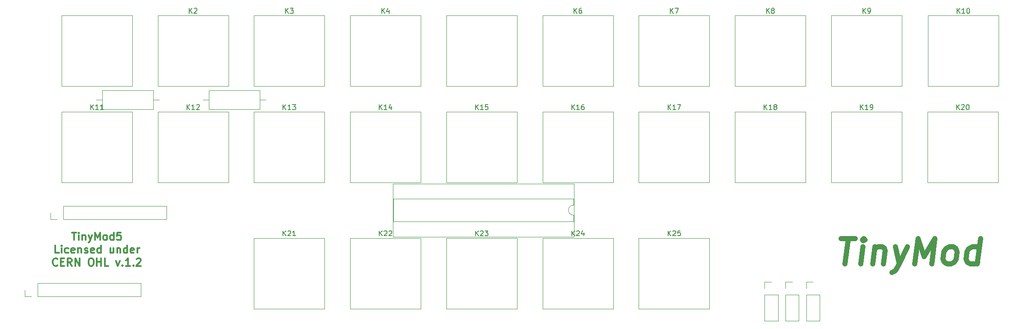
<source format=gbr>
G04 #@! TF.FileFunction,Legend,Top*
%FSLAX46Y46*%
G04 Gerber Fmt 4.6, Leading zero omitted, Abs format (unit mm)*
G04 Created by KiCad (PCBNEW 4.0.7) date 05/19/22 13:13:44*
%MOMM*%
%LPD*%
G01*
G04 APERTURE LIST*
%ADD10C,0.100000*%
%ADD11C,0.300000*%
%ADD12C,1.000000*%
%ADD13C,0.120000*%
%ADD14C,0.150000*%
G04 APERTURE END LIST*
D10*
D11*
X52695214Y-113113321D02*
X53552357Y-113113321D01*
X53123786Y-114613321D02*
X53123786Y-113113321D01*
X54052357Y-114613321D02*
X54052357Y-113613321D01*
X54052357Y-113113321D02*
X53980928Y-113184750D01*
X54052357Y-113256179D01*
X54123785Y-113184750D01*
X54052357Y-113113321D01*
X54052357Y-113256179D01*
X54766643Y-113613321D02*
X54766643Y-114613321D01*
X54766643Y-113756179D02*
X54838071Y-113684750D01*
X54980929Y-113613321D01*
X55195214Y-113613321D01*
X55338071Y-113684750D01*
X55409500Y-113827607D01*
X55409500Y-114613321D01*
X55980929Y-113613321D02*
X56338072Y-114613321D01*
X56695214Y-113613321D02*
X56338072Y-114613321D01*
X56195214Y-114970464D01*
X56123786Y-115041893D01*
X55980929Y-115113321D01*
X57266643Y-114613321D02*
X57266643Y-113113321D01*
X57766643Y-114184750D01*
X58266643Y-113113321D01*
X58266643Y-114613321D01*
X59195215Y-114613321D02*
X59052357Y-114541893D01*
X58980929Y-114470464D01*
X58909500Y-114327607D01*
X58909500Y-113899036D01*
X58980929Y-113756179D01*
X59052357Y-113684750D01*
X59195215Y-113613321D01*
X59409500Y-113613321D01*
X59552357Y-113684750D01*
X59623786Y-113756179D01*
X59695215Y-113899036D01*
X59695215Y-114327607D01*
X59623786Y-114470464D01*
X59552357Y-114541893D01*
X59409500Y-114613321D01*
X59195215Y-114613321D01*
X60980929Y-114613321D02*
X60980929Y-113113321D01*
X60980929Y-114541893D02*
X60838072Y-114613321D01*
X60552358Y-114613321D01*
X60409500Y-114541893D01*
X60338072Y-114470464D01*
X60266643Y-114327607D01*
X60266643Y-113899036D01*
X60338072Y-113756179D01*
X60409500Y-113684750D01*
X60552358Y-113613321D01*
X60838072Y-113613321D01*
X60980929Y-113684750D01*
X62409501Y-113113321D02*
X61695215Y-113113321D01*
X61623786Y-113827607D01*
X61695215Y-113756179D01*
X61838072Y-113684750D01*
X62195215Y-113684750D01*
X62338072Y-113756179D01*
X62409501Y-113827607D01*
X62480929Y-113970464D01*
X62480929Y-114327607D01*
X62409501Y-114470464D01*
X62338072Y-114541893D01*
X62195215Y-114613321D01*
X61838072Y-114613321D01*
X61695215Y-114541893D01*
X61623786Y-114470464D01*
X50159501Y-117163321D02*
X49445215Y-117163321D01*
X49445215Y-115663321D01*
X50659501Y-117163321D02*
X50659501Y-116163321D01*
X50659501Y-115663321D02*
X50588072Y-115734750D01*
X50659501Y-115806179D01*
X50730929Y-115734750D01*
X50659501Y-115663321D01*
X50659501Y-115806179D01*
X52016644Y-117091893D02*
X51873787Y-117163321D01*
X51588073Y-117163321D01*
X51445215Y-117091893D01*
X51373787Y-117020464D01*
X51302358Y-116877607D01*
X51302358Y-116449036D01*
X51373787Y-116306179D01*
X51445215Y-116234750D01*
X51588073Y-116163321D01*
X51873787Y-116163321D01*
X52016644Y-116234750D01*
X53230929Y-117091893D02*
X53088072Y-117163321D01*
X52802358Y-117163321D01*
X52659501Y-117091893D01*
X52588072Y-116949036D01*
X52588072Y-116377607D01*
X52659501Y-116234750D01*
X52802358Y-116163321D01*
X53088072Y-116163321D01*
X53230929Y-116234750D01*
X53302358Y-116377607D01*
X53302358Y-116520464D01*
X52588072Y-116663321D01*
X53945215Y-116163321D02*
X53945215Y-117163321D01*
X53945215Y-116306179D02*
X54016643Y-116234750D01*
X54159501Y-116163321D01*
X54373786Y-116163321D01*
X54516643Y-116234750D01*
X54588072Y-116377607D01*
X54588072Y-117163321D01*
X55230929Y-117091893D02*
X55373786Y-117163321D01*
X55659501Y-117163321D01*
X55802358Y-117091893D01*
X55873786Y-116949036D01*
X55873786Y-116877607D01*
X55802358Y-116734750D01*
X55659501Y-116663321D01*
X55445215Y-116663321D01*
X55302358Y-116591893D01*
X55230929Y-116449036D01*
X55230929Y-116377607D01*
X55302358Y-116234750D01*
X55445215Y-116163321D01*
X55659501Y-116163321D01*
X55802358Y-116234750D01*
X57088072Y-117091893D02*
X56945215Y-117163321D01*
X56659501Y-117163321D01*
X56516644Y-117091893D01*
X56445215Y-116949036D01*
X56445215Y-116377607D01*
X56516644Y-116234750D01*
X56659501Y-116163321D01*
X56945215Y-116163321D01*
X57088072Y-116234750D01*
X57159501Y-116377607D01*
X57159501Y-116520464D01*
X56445215Y-116663321D01*
X58445215Y-117163321D02*
X58445215Y-115663321D01*
X58445215Y-117091893D02*
X58302358Y-117163321D01*
X58016644Y-117163321D01*
X57873786Y-117091893D01*
X57802358Y-117020464D01*
X57730929Y-116877607D01*
X57730929Y-116449036D01*
X57802358Y-116306179D01*
X57873786Y-116234750D01*
X58016644Y-116163321D01*
X58302358Y-116163321D01*
X58445215Y-116234750D01*
X60945215Y-116163321D02*
X60945215Y-117163321D01*
X60302358Y-116163321D02*
X60302358Y-116949036D01*
X60373786Y-117091893D01*
X60516644Y-117163321D01*
X60730929Y-117163321D01*
X60873786Y-117091893D01*
X60945215Y-117020464D01*
X61659501Y-116163321D02*
X61659501Y-117163321D01*
X61659501Y-116306179D02*
X61730929Y-116234750D01*
X61873787Y-116163321D01*
X62088072Y-116163321D01*
X62230929Y-116234750D01*
X62302358Y-116377607D01*
X62302358Y-117163321D01*
X63659501Y-117163321D02*
X63659501Y-115663321D01*
X63659501Y-117091893D02*
X63516644Y-117163321D01*
X63230930Y-117163321D01*
X63088072Y-117091893D01*
X63016644Y-117020464D01*
X62945215Y-116877607D01*
X62945215Y-116449036D01*
X63016644Y-116306179D01*
X63088072Y-116234750D01*
X63230930Y-116163321D01*
X63516644Y-116163321D01*
X63659501Y-116234750D01*
X64945215Y-117091893D02*
X64802358Y-117163321D01*
X64516644Y-117163321D01*
X64373787Y-117091893D01*
X64302358Y-116949036D01*
X64302358Y-116377607D01*
X64373787Y-116234750D01*
X64516644Y-116163321D01*
X64802358Y-116163321D01*
X64945215Y-116234750D01*
X65016644Y-116377607D01*
X65016644Y-116520464D01*
X64302358Y-116663321D01*
X65659501Y-117163321D02*
X65659501Y-116163321D01*
X65659501Y-116449036D02*
X65730929Y-116306179D01*
X65802358Y-116234750D01*
X65945215Y-116163321D01*
X66088072Y-116163321D01*
X49873786Y-119570464D02*
X49802357Y-119641893D01*
X49588071Y-119713321D01*
X49445214Y-119713321D01*
X49230929Y-119641893D01*
X49088071Y-119499036D01*
X49016643Y-119356179D01*
X48945214Y-119070464D01*
X48945214Y-118856179D01*
X49016643Y-118570464D01*
X49088071Y-118427607D01*
X49230929Y-118284750D01*
X49445214Y-118213321D01*
X49588071Y-118213321D01*
X49802357Y-118284750D01*
X49873786Y-118356179D01*
X50516643Y-118927607D02*
X51016643Y-118927607D01*
X51230929Y-119713321D02*
X50516643Y-119713321D01*
X50516643Y-118213321D01*
X51230929Y-118213321D01*
X52730929Y-119713321D02*
X52230929Y-118999036D01*
X51873786Y-119713321D02*
X51873786Y-118213321D01*
X52445214Y-118213321D01*
X52588072Y-118284750D01*
X52659500Y-118356179D01*
X52730929Y-118499036D01*
X52730929Y-118713321D01*
X52659500Y-118856179D01*
X52588072Y-118927607D01*
X52445214Y-118999036D01*
X51873786Y-118999036D01*
X53373786Y-119713321D02*
X53373786Y-118213321D01*
X54230929Y-119713321D01*
X54230929Y-118213321D01*
X56373786Y-118213321D02*
X56659500Y-118213321D01*
X56802358Y-118284750D01*
X56945215Y-118427607D01*
X57016643Y-118713321D01*
X57016643Y-119213321D01*
X56945215Y-119499036D01*
X56802358Y-119641893D01*
X56659500Y-119713321D01*
X56373786Y-119713321D01*
X56230929Y-119641893D01*
X56088072Y-119499036D01*
X56016643Y-119213321D01*
X56016643Y-118713321D01*
X56088072Y-118427607D01*
X56230929Y-118284750D01*
X56373786Y-118213321D01*
X57659501Y-119713321D02*
X57659501Y-118213321D01*
X57659501Y-118927607D02*
X58516644Y-118927607D01*
X58516644Y-119713321D02*
X58516644Y-118213321D01*
X59945216Y-119713321D02*
X59230930Y-119713321D01*
X59230930Y-118213321D01*
X61445216Y-118713321D02*
X61802359Y-119713321D01*
X62159501Y-118713321D01*
X62730930Y-119570464D02*
X62802358Y-119641893D01*
X62730930Y-119713321D01*
X62659501Y-119641893D01*
X62730930Y-119570464D01*
X62730930Y-119713321D01*
X64230930Y-119713321D02*
X63373787Y-119713321D01*
X63802359Y-119713321D02*
X63802359Y-118213321D01*
X63659502Y-118427607D01*
X63516644Y-118570464D01*
X63373787Y-118641893D01*
X64873787Y-119570464D02*
X64945215Y-119641893D01*
X64873787Y-119713321D01*
X64802358Y-119641893D01*
X64873787Y-119570464D01*
X64873787Y-119713321D01*
X65516644Y-118356179D02*
X65588073Y-118284750D01*
X65730930Y-118213321D01*
X66088073Y-118213321D01*
X66230930Y-118284750D01*
X66302359Y-118356179D01*
X66373787Y-118499036D01*
X66373787Y-118641893D01*
X66302359Y-118856179D01*
X65445216Y-119713321D01*
X66373787Y-119713321D01*
D12*
X204833606Y-114309155D02*
X207690749Y-114309155D01*
X205637178Y-119309155D02*
X206262178Y-114309155D01*
X208732416Y-119309155D02*
X209149083Y-115975821D01*
X209357416Y-114309155D02*
X209089559Y-114547250D01*
X209297892Y-114785345D01*
X209565749Y-114547250D01*
X209357416Y-114309155D01*
X209297892Y-114785345D01*
X211530035Y-115975821D02*
X211113368Y-119309155D01*
X211470511Y-116452012D02*
X211738368Y-116213917D01*
X212244321Y-115975821D01*
X212958607Y-115975821D01*
X213405035Y-116213917D01*
X213583606Y-116690107D01*
X213256225Y-119309155D01*
X215577655Y-115975821D02*
X216351464Y-119309155D01*
X217958607Y-115975821D02*
X216351464Y-119309155D01*
X215726463Y-120499631D01*
X215458606Y-120737726D01*
X214952655Y-120975821D01*
X219446702Y-119309155D02*
X220071702Y-114309155D01*
X221291940Y-117880583D01*
X223405036Y-114309155D01*
X222780036Y-119309155D01*
X225875274Y-119309155D02*
X225428845Y-119071060D01*
X225220512Y-118832964D01*
X225041941Y-118356774D01*
X225220512Y-116928202D01*
X225518131Y-116452012D01*
X225785988Y-116213917D01*
X226291941Y-115975821D01*
X227006227Y-115975821D01*
X227452655Y-116213917D01*
X227660988Y-116452012D01*
X227839560Y-116928202D01*
X227660989Y-118356774D01*
X227363369Y-118832964D01*
X227095512Y-119071060D01*
X226589560Y-119309155D01*
X225875274Y-119309155D01*
X231827655Y-119309155D02*
X232452655Y-114309155D01*
X231857417Y-119071060D02*
X231351465Y-119309155D01*
X230399084Y-119309155D01*
X229952655Y-119071060D01*
X229744322Y-118832964D01*
X229565751Y-118356774D01*
X229744322Y-116928202D01*
X230041941Y-116452012D01*
X230309798Y-116213917D01*
X230815751Y-115975821D01*
X231768132Y-115975821D01*
X232214560Y-116213917D01*
D13*
X189735750Y-130582250D02*
X192395750Y-130582250D01*
X189735750Y-125442250D02*
X189735750Y-130582250D01*
X192395750Y-125442250D02*
X192395750Y-130582250D01*
X189735750Y-125442250D02*
X192395750Y-125442250D01*
X189735750Y-124172250D02*
X189735750Y-122842250D01*
X189735750Y-122842250D02*
X191065750Y-122842250D01*
X151952000Y-109712000D02*
G75*
G02X151952000Y-107712000I0J1000000D01*
G01*
X151952000Y-107712000D02*
X151952000Y-106462000D01*
X151952000Y-106462000D02*
X116272000Y-106462000D01*
X116272000Y-106462000D02*
X116272000Y-110962000D01*
X116272000Y-110962000D02*
X151952000Y-110962000D01*
X151952000Y-110962000D02*
X151952000Y-109712000D01*
X152012000Y-103462000D02*
X116212000Y-103462000D01*
X116212000Y-103462000D02*
X116212000Y-113962000D01*
X116212000Y-113962000D02*
X152012000Y-113962000D01*
X152012000Y-113962000D02*
X152012000Y-103462000D01*
X66354000Y-125790000D02*
X66354000Y-123130000D01*
X45974000Y-125790000D02*
X66354000Y-125790000D01*
X45974000Y-123130000D02*
X66354000Y-123130000D01*
X45974000Y-125790000D02*
X45974000Y-123130000D01*
X44704000Y-125790000D02*
X43374000Y-125790000D01*
X43374000Y-125790000D02*
X43374000Y-124460000D01*
X71434000Y-110550000D02*
X71434000Y-107890000D01*
X51054000Y-110550000D02*
X71434000Y-110550000D01*
X51054000Y-107890000D02*
X71434000Y-107890000D01*
X51054000Y-110550000D02*
X51054000Y-107890000D01*
X49784000Y-110550000D02*
X48454000Y-110550000D01*
X48454000Y-110550000D02*
X48454000Y-109220000D01*
X58769500Y-84999750D02*
X58769500Y-88719750D01*
X58769500Y-88719750D02*
X68789500Y-88719750D01*
X68789500Y-88719750D02*
X68789500Y-84999750D01*
X68789500Y-84999750D02*
X58769500Y-84999750D01*
X57539500Y-86859750D02*
X58769500Y-86859750D01*
X70019500Y-86859750D02*
X68789500Y-86859750D01*
X79826000Y-85008000D02*
X79826000Y-88728000D01*
X79826000Y-88728000D02*
X89846000Y-88728000D01*
X89846000Y-88728000D02*
X89846000Y-85008000D01*
X89846000Y-85008000D02*
X79826000Y-85008000D01*
X78596000Y-86868000D02*
X79826000Y-86868000D01*
X91076000Y-86868000D02*
X89846000Y-86868000D01*
X69697000Y-89267250D02*
X83667000Y-89267250D01*
X83667000Y-89267250D02*
X83667000Y-103237250D01*
X83667000Y-103237250D02*
X69697000Y-103237250D01*
X69697000Y-103237250D02*
X69697000Y-89267250D01*
X50665750Y-89267250D02*
X64635750Y-89267250D01*
X64635750Y-89267250D02*
X64635750Y-103237250D01*
X64635750Y-103237250D02*
X50665750Y-103237250D01*
X50665750Y-103237250D02*
X50665750Y-89267250D01*
X88728250Y-89267250D02*
X102698250Y-89267250D01*
X102698250Y-89267250D02*
X102698250Y-103237250D01*
X102698250Y-103237250D02*
X88728250Y-103237250D01*
X88728250Y-103237250D02*
X88728250Y-89267250D01*
X107759500Y-89267250D02*
X121729500Y-89267250D01*
X121729500Y-89267250D02*
X121729500Y-103237250D01*
X121729500Y-103237250D02*
X107759500Y-103237250D01*
X107759500Y-103237250D02*
X107759500Y-89267250D01*
X126790750Y-89267250D02*
X140760750Y-89267250D01*
X140760750Y-89267250D02*
X140760750Y-103237250D01*
X140760750Y-103237250D02*
X126790750Y-103237250D01*
X126790750Y-103237250D02*
X126790750Y-89267250D01*
X145822000Y-89267250D02*
X159792000Y-89267250D01*
X159792000Y-89267250D02*
X159792000Y-103237250D01*
X159792000Y-103237250D02*
X145822000Y-103237250D01*
X145822000Y-103237250D02*
X145822000Y-89267250D01*
X164853250Y-89267250D02*
X178823250Y-89267250D01*
X178823250Y-89267250D02*
X178823250Y-103237250D01*
X178823250Y-103237250D02*
X164853250Y-103237250D01*
X164853250Y-103237250D02*
X164853250Y-89267250D01*
X183884500Y-89267250D02*
X197854500Y-89267250D01*
X197854500Y-89267250D02*
X197854500Y-103237250D01*
X197854500Y-103237250D02*
X183884500Y-103237250D01*
X183884500Y-103237250D02*
X183884500Y-89267250D01*
X202915750Y-89267250D02*
X216885750Y-89267250D01*
X216885750Y-89267250D02*
X216885750Y-103237250D01*
X216885750Y-103237250D02*
X202915750Y-103237250D01*
X202915750Y-103237250D02*
X202915750Y-89267250D01*
X222040750Y-70236000D02*
X236010750Y-70236000D01*
X236010750Y-70236000D02*
X236010750Y-84206000D01*
X236010750Y-84206000D02*
X222040750Y-84206000D01*
X222040750Y-84206000D02*
X222040750Y-70236000D01*
X221947000Y-89267250D02*
X235917000Y-89267250D01*
X235917000Y-89267250D02*
X235917000Y-103237250D01*
X235917000Y-103237250D02*
X221947000Y-103237250D01*
X221947000Y-103237250D02*
X221947000Y-89267250D01*
X88728250Y-114204750D02*
X102698250Y-114204750D01*
X102698250Y-114204750D02*
X102698250Y-128174750D01*
X102698250Y-128174750D02*
X88728250Y-128174750D01*
X88728250Y-128174750D02*
X88728250Y-114204750D01*
X107759500Y-114204750D02*
X121729500Y-114204750D01*
X121729500Y-114204750D02*
X121729500Y-128174750D01*
X121729500Y-128174750D02*
X107759500Y-128174750D01*
X107759500Y-128174750D02*
X107759500Y-114204750D01*
X126790750Y-114204750D02*
X140760750Y-114204750D01*
X140760750Y-114204750D02*
X140760750Y-128174750D01*
X140760750Y-128174750D02*
X126790750Y-128174750D01*
X126790750Y-128174750D02*
X126790750Y-114204750D01*
X145822000Y-114204750D02*
X159792000Y-114204750D01*
X159792000Y-114204750D02*
X159792000Y-128174750D01*
X159792000Y-128174750D02*
X145822000Y-128174750D01*
X145822000Y-128174750D02*
X145822000Y-114204750D01*
X164853250Y-114204750D02*
X178823250Y-114204750D01*
X178823250Y-114204750D02*
X178823250Y-128174750D01*
X178823250Y-128174750D02*
X164853250Y-128174750D01*
X164853250Y-128174750D02*
X164853250Y-114204750D01*
X50665750Y-70236000D02*
X64635750Y-70236000D01*
X64635750Y-70236000D02*
X64635750Y-84206000D01*
X64635750Y-84206000D02*
X50665750Y-84206000D01*
X50665750Y-84206000D02*
X50665750Y-70236000D01*
X69697000Y-70236000D02*
X83667000Y-70236000D01*
X83667000Y-70236000D02*
X83667000Y-84206000D01*
X83667000Y-84206000D02*
X69697000Y-84206000D01*
X69697000Y-84206000D02*
X69697000Y-70236000D01*
X88728250Y-70236000D02*
X102698250Y-70236000D01*
X102698250Y-70236000D02*
X102698250Y-84206000D01*
X102698250Y-84206000D02*
X88728250Y-84206000D01*
X88728250Y-84206000D02*
X88728250Y-70236000D01*
X107759500Y-70236000D02*
X121729500Y-70236000D01*
X121729500Y-70236000D02*
X121729500Y-84206000D01*
X121729500Y-84206000D02*
X107759500Y-84206000D01*
X107759500Y-84206000D02*
X107759500Y-70236000D01*
X126790750Y-70236000D02*
X140760750Y-70236000D01*
X140760750Y-70236000D02*
X140760750Y-84206000D01*
X140760750Y-84206000D02*
X126790750Y-84206000D01*
X126790750Y-84206000D02*
X126790750Y-70236000D01*
X145822000Y-70236000D02*
X159792000Y-70236000D01*
X159792000Y-70236000D02*
X159792000Y-84206000D01*
X159792000Y-84206000D02*
X145822000Y-84206000D01*
X145822000Y-84206000D02*
X145822000Y-70236000D01*
X164853250Y-70236000D02*
X178823250Y-70236000D01*
X178823250Y-70236000D02*
X178823250Y-84206000D01*
X178823250Y-84206000D02*
X164853250Y-84206000D01*
X164853250Y-84206000D02*
X164853250Y-70236000D01*
X183884500Y-70236000D02*
X197854500Y-70236000D01*
X197854500Y-70236000D02*
X197854500Y-84206000D01*
X197854500Y-84206000D02*
X183884500Y-84206000D01*
X183884500Y-84206000D02*
X183884500Y-70236000D01*
X202915750Y-70236000D02*
X216885750Y-70236000D01*
X216885750Y-70236000D02*
X216885750Y-84206000D01*
X216885750Y-84206000D02*
X202915750Y-84206000D01*
X202915750Y-84206000D02*
X202915750Y-70236000D01*
X193860750Y-130582250D02*
X196520750Y-130582250D01*
X193860750Y-125442250D02*
X193860750Y-130582250D01*
X196520750Y-125442250D02*
X196520750Y-130582250D01*
X193860750Y-125442250D02*
X196520750Y-125442250D01*
X193860750Y-124172250D02*
X193860750Y-122842250D01*
X193860750Y-122842250D02*
X195190750Y-122842250D01*
X197985750Y-130582250D02*
X200645750Y-130582250D01*
X197985750Y-125442250D02*
X197985750Y-130582250D01*
X200645750Y-125442250D02*
X200645750Y-130582250D01*
X197985750Y-125442250D02*
X200645750Y-125442250D01*
X197985750Y-124172250D02*
X197985750Y-122842250D01*
X197985750Y-122842250D02*
X199315750Y-122842250D01*
D14*
X75467714Y-88830631D02*
X75467714Y-87830631D01*
X76039143Y-88830631D02*
X75610571Y-88259202D01*
X76039143Y-87830631D02*
X75467714Y-88402060D01*
X76991524Y-88830631D02*
X76420095Y-88830631D01*
X76705809Y-88830631D02*
X76705809Y-87830631D01*
X76610571Y-87973488D01*
X76515333Y-88068726D01*
X76420095Y-88116345D01*
X77372476Y-87925869D02*
X77420095Y-87878250D01*
X77515333Y-87830631D01*
X77753429Y-87830631D01*
X77848667Y-87878250D01*
X77896286Y-87925869D01*
X77943905Y-88021107D01*
X77943905Y-88116345D01*
X77896286Y-88259202D01*
X77324857Y-88830631D01*
X77943905Y-88830631D01*
X56436464Y-88830631D02*
X56436464Y-87830631D01*
X57007893Y-88830631D02*
X56579321Y-88259202D01*
X57007893Y-87830631D02*
X56436464Y-88402060D01*
X57960274Y-88830631D02*
X57388845Y-88830631D01*
X57674559Y-88830631D02*
X57674559Y-87830631D01*
X57579321Y-87973488D01*
X57484083Y-88068726D01*
X57388845Y-88116345D01*
X58912655Y-88830631D02*
X58341226Y-88830631D01*
X58626940Y-88830631D02*
X58626940Y-87830631D01*
X58531702Y-87973488D01*
X58436464Y-88068726D01*
X58341226Y-88116345D01*
X94498964Y-88830631D02*
X94498964Y-87830631D01*
X95070393Y-88830631D02*
X94641821Y-88259202D01*
X95070393Y-87830631D02*
X94498964Y-88402060D01*
X96022774Y-88830631D02*
X95451345Y-88830631D01*
X95737059Y-88830631D02*
X95737059Y-87830631D01*
X95641821Y-87973488D01*
X95546583Y-88068726D01*
X95451345Y-88116345D01*
X96356107Y-87830631D02*
X96975155Y-87830631D01*
X96641821Y-88211583D01*
X96784679Y-88211583D01*
X96879917Y-88259202D01*
X96927536Y-88306821D01*
X96975155Y-88402060D01*
X96975155Y-88640155D01*
X96927536Y-88735393D01*
X96879917Y-88783012D01*
X96784679Y-88830631D01*
X96498964Y-88830631D01*
X96403726Y-88783012D01*
X96356107Y-88735393D01*
X113530214Y-88830631D02*
X113530214Y-87830631D01*
X114101643Y-88830631D02*
X113673071Y-88259202D01*
X114101643Y-87830631D02*
X113530214Y-88402060D01*
X115054024Y-88830631D02*
X114482595Y-88830631D01*
X114768309Y-88830631D02*
X114768309Y-87830631D01*
X114673071Y-87973488D01*
X114577833Y-88068726D01*
X114482595Y-88116345D01*
X115911167Y-88163964D02*
X115911167Y-88830631D01*
X115673071Y-87783012D02*
X115434976Y-88497298D01*
X116054024Y-88497298D01*
X132561464Y-88830631D02*
X132561464Y-87830631D01*
X133132893Y-88830631D02*
X132704321Y-88259202D01*
X133132893Y-87830631D02*
X132561464Y-88402060D01*
X134085274Y-88830631D02*
X133513845Y-88830631D01*
X133799559Y-88830631D02*
X133799559Y-87830631D01*
X133704321Y-87973488D01*
X133609083Y-88068726D01*
X133513845Y-88116345D01*
X134990036Y-87830631D02*
X134513845Y-87830631D01*
X134466226Y-88306821D01*
X134513845Y-88259202D01*
X134609083Y-88211583D01*
X134847179Y-88211583D01*
X134942417Y-88259202D01*
X134990036Y-88306821D01*
X135037655Y-88402060D01*
X135037655Y-88640155D01*
X134990036Y-88735393D01*
X134942417Y-88783012D01*
X134847179Y-88830631D01*
X134609083Y-88830631D01*
X134513845Y-88783012D01*
X134466226Y-88735393D01*
X151592714Y-88830631D02*
X151592714Y-87830631D01*
X152164143Y-88830631D02*
X151735571Y-88259202D01*
X152164143Y-87830631D02*
X151592714Y-88402060D01*
X153116524Y-88830631D02*
X152545095Y-88830631D01*
X152830809Y-88830631D02*
X152830809Y-87830631D01*
X152735571Y-87973488D01*
X152640333Y-88068726D01*
X152545095Y-88116345D01*
X153973667Y-87830631D02*
X153783190Y-87830631D01*
X153687952Y-87878250D01*
X153640333Y-87925869D01*
X153545095Y-88068726D01*
X153497476Y-88259202D01*
X153497476Y-88640155D01*
X153545095Y-88735393D01*
X153592714Y-88783012D01*
X153687952Y-88830631D01*
X153878429Y-88830631D01*
X153973667Y-88783012D01*
X154021286Y-88735393D01*
X154068905Y-88640155D01*
X154068905Y-88402060D01*
X154021286Y-88306821D01*
X153973667Y-88259202D01*
X153878429Y-88211583D01*
X153687952Y-88211583D01*
X153592714Y-88259202D01*
X153545095Y-88306821D01*
X153497476Y-88402060D01*
X170623964Y-88830631D02*
X170623964Y-87830631D01*
X171195393Y-88830631D02*
X170766821Y-88259202D01*
X171195393Y-87830631D02*
X170623964Y-88402060D01*
X172147774Y-88830631D02*
X171576345Y-88830631D01*
X171862059Y-88830631D02*
X171862059Y-87830631D01*
X171766821Y-87973488D01*
X171671583Y-88068726D01*
X171576345Y-88116345D01*
X172481107Y-87830631D02*
X173147774Y-87830631D01*
X172719202Y-88830631D01*
X189655214Y-88830631D02*
X189655214Y-87830631D01*
X190226643Y-88830631D02*
X189798071Y-88259202D01*
X190226643Y-87830631D02*
X189655214Y-88402060D01*
X191179024Y-88830631D02*
X190607595Y-88830631D01*
X190893309Y-88830631D02*
X190893309Y-87830631D01*
X190798071Y-87973488D01*
X190702833Y-88068726D01*
X190607595Y-88116345D01*
X191750452Y-88259202D02*
X191655214Y-88211583D01*
X191607595Y-88163964D01*
X191559976Y-88068726D01*
X191559976Y-88021107D01*
X191607595Y-87925869D01*
X191655214Y-87878250D01*
X191750452Y-87830631D01*
X191940929Y-87830631D01*
X192036167Y-87878250D01*
X192083786Y-87925869D01*
X192131405Y-88021107D01*
X192131405Y-88068726D01*
X192083786Y-88163964D01*
X192036167Y-88211583D01*
X191940929Y-88259202D01*
X191750452Y-88259202D01*
X191655214Y-88306821D01*
X191607595Y-88354440D01*
X191559976Y-88449679D01*
X191559976Y-88640155D01*
X191607595Y-88735393D01*
X191655214Y-88783012D01*
X191750452Y-88830631D01*
X191940929Y-88830631D01*
X192036167Y-88783012D01*
X192083786Y-88735393D01*
X192131405Y-88640155D01*
X192131405Y-88449679D01*
X192083786Y-88354440D01*
X192036167Y-88306821D01*
X191940929Y-88259202D01*
X208686464Y-88830631D02*
X208686464Y-87830631D01*
X209257893Y-88830631D02*
X208829321Y-88259202D01*
X209257893Y-87830631D02*
X208686464Y-88402060D01*
X210210274Y-88830631D02*
X209638845Y-88830631D01*
X209924559Y-88830631D02*
X209924559Y-87830631D01*
X209829321Y-87973488D01*
X209734083Y-88068726D01*
X209638845Y-88116345D01*
X210686464Y-88830631D02*
X210876940Y-88830631D01*
X210972179Y-88783012D01*
X211019798Y-88735393D01*
X211115036Y-88592536D01*
X211162655Y-88402060D01*
X211162655Y-88021107D01*
X211115036Y-87925869D01*
X211067417Y-87878250D01*
X210972179Y-87830631D01*
X210781702Y-87830631D01*
X210686464Y-87878250D01*
X210638845Y-87925869D01*
X210591226Y-88021107D01*
X210591226Y-88259202D01*
X210638845Y-88354440D01*
X210686464Y-88402060D01*
X210781702Y-88449679D01*
X210972179Y-88449679D01*
X211067417Y-88402060D01*
X211115036Y-88354440D01*
X211162655Y-88259202D01*
X227811464Y-69799381D02*
X227811464Y-68799381D01*
X228382893Y-69799381D02*
X227954321Y-69227952D01*
X228382893Y-68799381D02*
X227811464Y-69370810D01*
X229335274Y-69799381D02*
X228763845Y-69799381D01*
X229049559Y-69799381D02*
X229049559Y-68799381D01*
X228954321Y-68942238D01*
X228859083Y-69037476D01*
X228763845Y-69085095D01*
X229954321Y-68799381D02*
X230049560Y-68799381D01*
X230144798Y-68847000D01*
X230192417Y-68894619D01*
X230240036Y-68989857D01*
X230287655Y-69180333D01*
X230287655Y-69418429D01*
X230240036Y-69608905D01*
X230192417Y-69704143D01*
X230144798Y-69751762D01*
X230049560Y-69799381D01*
X229954321Y-69799381D01*
X229859083Y-69751762D01*
X229811464Y-69704143D01*
X229763845Y-69608905D01*
X229716226Y-69418429D01*
X229716226Y-69180333D01*
X229763845Y-68989857D01*
X229811464Y-68894619D01*
X229859083Y-68847000D01*
X229954321Y-68799381D01*
X227717714Y-88830631D02*
X227717714Y-87830631D01*
X228289143Y-88830631D02*
X227860571Y-88259202D01*
X228289143Y-87830631D02*
X227717714Y-88402060D01*
X228670095Y-87925869D02*
X228717714Y-87878250D01*
X228812952Y-87830631D01*
X229051048Y-87830631D01*
X229146286Y-87878250D01*
X229193905Y-87925869D01*
X229241524Y-88021107D01*
X229241524Y-88116345D01*
X229193905Y-88259202D01*
X228622476Y-88830631D01*
X229241524Y-88830631D01*
X229860571Y-87830631D02*
X229955810Y-87830631D01*
X230051048Y-87878250D01*
X230098667Y-87925869D01*
X230146286Y-88021107D01*
X230193905Y-88211583D01*
X230193905Y-88449679D01*
X230146286Y-88640155D01*
X230098667Y-88735393D01*
X230051048Y-88783012D01*
X229955810Y-88830631D01*
X229860571Y-88830631D01*
X229765333Y-88783012D01*
X229717714Y-88735393D01*
X229670095Y-88640155D01*
X229622476Y-88449679D01*
X229622476Y-88211583D01*
X229670095Y-88021107D01*
X229717714Y-87925869D01*
X229765333Y-87878250D01*
X229860571Y-87830631D01*
X94498964Y-113768131D02*
X94498964Y-112768131D01*
X95070393Y-113768131D02*
X94641821Y-113196702D01*
X95070393Y-112768131D02*
X94498964Y-113339560D01*
X95451345Y-112863369D02*
X95498964Y-112815750D01*
X95594202Y-112768131D01*
X95832298Y-112768131D01*
X95927536Y-112815750D01*
X95975155Y-112863369D01*
X96022774Y-112958607D01*
X96022774Y-113053845D01*
X95975155Y-113196702D01*
X95403726Y-113768131D01*
X96022774Y-113768131D01*
X96975155Y-113768131D02*
X96403726Y-113768131D01*
X96689440Y-113768131D02*
X96689440Y-112768131D01*
X96594202Y-112910988D01*
X96498964Y-113006226D01*
X96403726Y-113053845D01*
X113530214Y-113768131D02*
X113530214Y-112768131D01*
X114101643Y-113768131D02*
X113673071Y-113196702D01*
X114101643Y-112768131D02*
X113530214Y-113339560D01*
X114482595Y-112863369D02*
X114530214Y-112815750D01*
X114625452Y-112768131D01*
X114863548Y-112768131D01*
X114958786Y-112815750D01*
X115006405Y-112863369D01*
X115054024Y-112958607D01*
X115054024Y-113053845D01*
X115006405Y-113196702D01*
X114434976Y-113768131D01*
X115054024Y-113768131D01*
X115434976Y-112863369D02*
X115482595Y-112815750D01*
X115577833Y-112768131D01*
X115815929Y-112768131D01*
X115911167Y-112815750D01*
X115958786Y-112863369D01*
X116006405Y-112958607D01*
X116006405Y-113053845D01*
X115958786Y-113196702D01*
X115387357Y-113768131D01*
X116006405Y-113768131D01*
X132561464Y-113768131D02*
X132561464Y-112768131D01*
X133132893Y-113768131D02*
X132704321Y-113196702D01*
X133132893Y-112768131D02*
X132561464Y-113339560D01*
X133513845Y-112863369D02*
X133561464Y-112815750D01*
X133656702Y-112768131D01*
X133894798Y-112768131D01*
X133990036Y-112815750D01*
X134037655Y-112863369D01*
X134085274Y-112958607D01*
X134085274Y-113053845D01*
X134037655Y-113196702D01*
X133466226Y-113768131D01*
X134085274Y-113768131D01*
X134418607Y-112768131D02*
X135037655Y-112768131D01*
X134704321Y-113149083D01*
X134847179Y-113149083D01*
X134942417Y-113196702D01*
X134990036Y-113244321D01*
X135037655Y-113339560D01*
X135037655Y-113577655D01*
X134990036Y-113672893D01*
X134942417Y-113720512D01*
X134847179Y-113768131D01*
X134561464Y-113768131D01*
X134466226Y-113720512D01*
X134418607Y-113672893D01*
X151592714Y-113768131D02*
X151592714Y-112768131D01*
X152164143Y-113768131D02*
X151735571Y-113196702D01*
X152164143Y-112768131D02*
X151592714Y-113339560D01*
X152545095Y-112863369D02*
X152592714Y-112815750D01*
X152687952Y-112768131D01*
X152926048Y-112768131D01*
X153021286Y-112815750D01*
X153068905Y-112863369D01*
X153116524Y-112958607D01*
X153116524Y-113053845D01*
X153068905Y-113196702D01*
X152497476Y-113768131D01*
X153116524Y-113768131D01*
X153973667Y-113101464D02*
X153973667Y-113768131D01*
X153735571Y-112720512D02*
X153497476Y-113434798D01*
X154116524Y-113434798D01*
X170623964Y-113768131D02*
X170623964Y-112768131D01*
X171195393Y-113768131D02*
X170766821Y-113196702D01*
X171195393Y-112768131D02*
X170623964Y-113339560D01*
X171576345Y-112863369D02*
X171623964Y-112815750D01*
X171719202Y-112768131D01*
X171957298Y-112768131D01*
X172052536Y-112815750D01*
X172100155Y-112863369D01*
X172147774Y-112958607D01*
X172147774Y-113053845D01*
X172100155Y-113196702D01*
X171528726Y-113768131D01*
X172147774Y-113768131D01*
X173052536Y-112768131D02*
X172576345Y-112768131D01*
X172528726Y-113244321D01*
X172576345Y-113196702D01*
X172671583Y-113149083D01*
X172909679Y-113149083D01*
X173004917Y-113196702D01*
X173052536Y-113244321D01*
X173100155Y-113339560D01*
X173100155Y-113577655D01*
X173052536Y-113672893D01*
X173004917Y-113720512D01*
X172909679Y-113768131D01*
X172671583Y-113768131D01*
X172576345Y-113720512D01*
X172528726Y-113672893D01*
X75943905Y-69799381D02*
X75943905Y-68799381D01*
X76515334Y-69799381D02*
X76086762Y-69227952D01*
X76515334Y-68799381D02*
X75943905Y-69370810D01*
X76896286Y-68894619D02*
X76943905Y-68847000D01*
X77039143Y-68799381D01*
X77277239Y-68799381D01*
X77372477Y-68847000D01*
X77420096Y-68894619D01*
X77467715Y-68989857D01*
X77467715Y-69085095D01*
X77420096Y-69227952D01*
X76848667Y-69799381D01*
X77467715Y-69799381D01*
X94975155Y-69799381D02*
X94975155Y-68799381D01*
X95546584Y-69799381D02*
X95118012Y-69227952D01*
X95546584Y-68799381D02*
X94975155Y-69370810D01*
X95879917Y-68799381D02*
X96498965Y-68799381D01*
X96165631Y-69180333D01*
X96308489Y-69180333D01*
X96403727Y-69227952D01*
X96451346Y-69275571D01*
X96498965Y-69370810D01*
X96498965Y-69608905D01*
X96451346Y-69704143D01*
X96403727Y-69751762D01*
X96308489Y-69799381D01*
X96022774Y-69799381D01*
X95927536Y-69751762D01*
X95879917Y-69704143D01*
X114006405Y-69799381D02*
X114006405Y-68799381D01*
X114577834Y-69799381D02*
X114149262Y-69227952D01*
X114577834Y-68799381D02*
X114006405Y-69370810D01*
X115434977Y-69132714D02*
X115434977Y-69799381D01*
X115196881Y-68751762D02*
X114958786Y-69466048D01*
X115577834Y-69466048D01*
X152068905Y-69799381D02*
X152068905Y-68799381D01*
X152640334Y-69799381D02*
X152211762Y-69227952D01*
X152640334Y-68799381D02*
X152068905Y-69370810D01*
X153497477Y-68799381D02*
X153307000Y-68799381D01*
X153211762Y-68847000D01*
X153164143Y-68894619D01*
X153068905Y-69037476D01*
X153021286Y-69227952D01*
X153021286Y-69608905D01*
X153068905Y-69704143D01*
X153116524Y-69751762D01*
X153211762Y-69799381D01*
X153402239Y-69799381D01*
X153497477Y-69751762D01*
X153545096Y-69704143D01*
X153592715Y-69608905D01*
X153592715Y-69370810D01*
X153545096Y-69275571D01*
X153497477Y-69227952D01*
X153402239Y-69180333D01*
X153211762Y-69180333D01*
X153116524Y-69227952D01*
X153068905Y-69275571D01*
X153021286Y-69370810D01*
X171100155Y-69799381D02*
X171100155Y-68799381D01*
X171671584Y-69799381D02*
X171243012Y-69227952D01*
X171671584Y-68799381D02*
X171100155Y-69370810D01*
X172004917Y-68799381D02*
X172671584Y-68799381D01*
X172243012Y-69799381D01*
X190131405Y-69799381D02*
X190131405Y-68799381D01*
X190702834Y-69799381D02*
X190274262Y-69227952D01*
X190702834Y-68799381D02*
X190131405Y-69370810D01*
X191274262Y-69227952D02*
X191179024Y-69180333D01*
X191131405Y-69132714D01*
X191083786Y-69037476D01*
X191083786Y-68989857D01*
X191131405Y-68894619D01*
X191179024Y-68847000D01*
X191274262Y-68799381D01*
X191464739Y-68799381D01*
X191559977Y-68847000D01*
X191607596Y-68894619D01*
X191655215Y-68989857D01*
X191655215Y-69037476D01*
X191607596Y-69132714D01*
X191559977Y-69180333D01*
X191464739Y-69227952D01*
X191274262Y-69227952D01*
X191179024Y-69275571D01*
X191131405Y-69323190D01*
X191083786Y-69418429D01*
X191083786Y-69608905D01*
X191131405Y-69704143D01*
X191179024Y-69751762D01*
X191274262Y-69799381D01*
X191464739Y-69799381D01*
X191559977Y-69751762D01*
X191607596Y-69704143D01*
X191655215Y-69608905D01*
X191655215Y-69418429D01*
X191607596Y-69323190D01*
X191559977Y-69275571D01*
X191464739Y-69227952D01*
X209162655Y-69799381D02*
X209162655Y-68799381D01*
X209734084Y-69799381D02*
X209305512Y-69227952D01*
X209734084Y-68799381D02*
X209162655Y-69370810D01*
X210210274Y-69799381D02*
X210400750Y-69799381D01*
X210495989Y-69751762D01*
X210543608Y-69704143D01*
X210638846Y-69561286D01*
X210686465Y-69370810D01*
X210686465Y-68989857D01*
X210638846Y-68894619D01*
X210591227Y-68847000D01*
X210495989Y-68799381D01*
X210305512Y-68799381D01*
X210210274Y-68847000D01*
X210162655Y-68894619D01*
X210115036Y-68989857D01*
X210115036Y-69227952D01*
X210162655Y-69323190D01*
X210210274Y-69370810D01*
X210305512Y-69418429D01*
X210495989Y-69418429D01*
X210591227Y-69370810D01*
X210638846Y-69323190D01*
X210686465Y-69227952D01*
M02*

</source>
